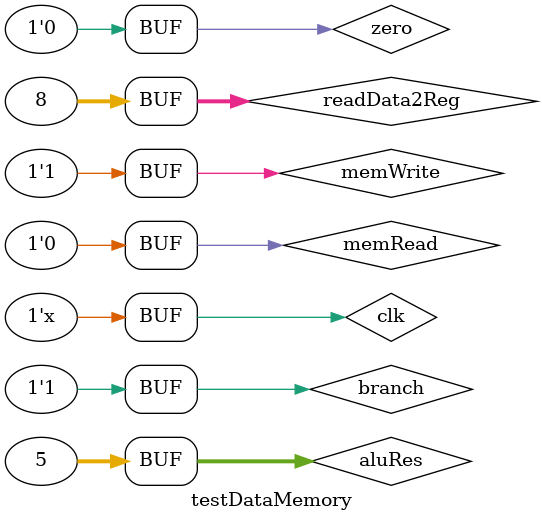
<source format=v>
`timescale 1ns / 1ps


module testDataMemory;

	// Inputs
	reg zero;
	reg branch;
	reg memRead;
	reg memWrite;
	reg [31:0] readData2Reg;
	reg [31:0] aluRes;
	reg clk;

	// Outputs
	wire pc_src;
	wire [31:0] readData;
	wire [31:0] aluResOut;

	// Instantiate the Unit Under Test (UUT)
	DataMemoryPipline uut (
		.zero(zero), 
		.branch(branch), 
		.memRead(memRead), 
		.memWrite(memWrite), 
		.readData2Reg(readData2Reg), 
		.aluRes(aluRes), 
		.clk(clk), 
		.pc_src(pc_src), 
		.readData(readData), 
		.aluResOut(aluResOut)
	);

	initial begin
		// Initialize Inputs
		zero = 0;
		branch = 0;
		memRead = 0;
		memWrite = 0;
		readData2Reg = 0;
		aluRes = 0;
		clk = 0;

		// Wait 100 ns for global reset to finish
		#100;
				zero = 1;
		branch = 1;
		memRead = 1;
		memWrite = 0;
		readData2Reg = 0;
		aluRes = 5;
		#100;
				zero = 0;
		branch = 1;
		memRead = 0;
		memWrite = 1;
		readData2Reg = 8;
		aluRes = 5;
              
		// Add stimulus here

	end
      		always begin
			#50;
			clk=~clk;
		end 
endmodule


</source>
